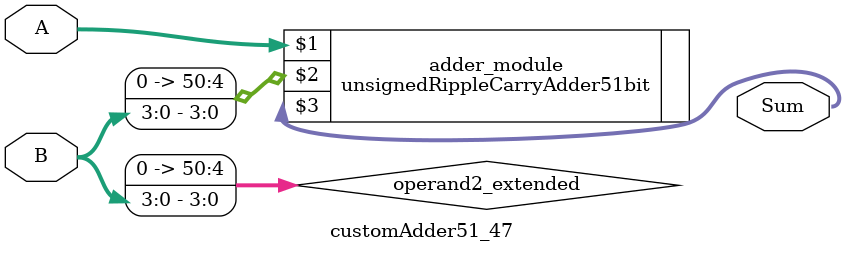
<source format=v>
module customAdder51_47(
                        input [50 : 0] A,
                        input [3 : 0] B,
                        
                        output [51 : 0] Sum
                );

        wire [50 : 0] operand2_extended;
        
        assign operand2_extended =  {47'b0, B};
        
        unsignedRippleCarryAdder51bit adder_module(
            A,
            operand2_extended,
            Sum
        );
        
        endmodule
        
</source>
